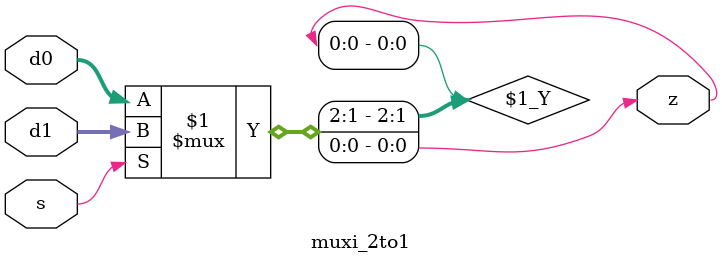
<source format=v>
`timescale 1ns / 1ps


module muxi_2to1(s, d0, d1, z);

input s;
input[2:0] d0;
input[2:0] d1;
output z;

assign z = s ? d1 : d0;
endmodule
</source>
